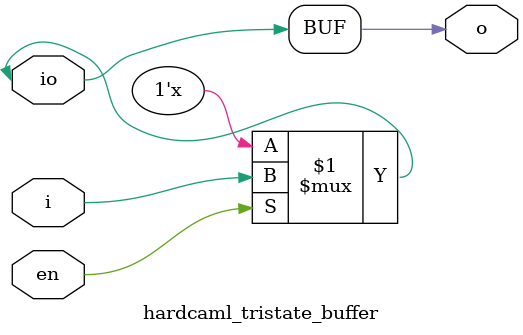
<source format=v>
module hardcaml_tristate_buffer
#(
    parameter b=1
) 
(
    input en,
    input [b-1:0] i,
    output [b-1:0] o,
    inout [b-1:0] io
);
    assign io = en ? i : {b{1'bz}};
    assign o = io;
endmodule
</source>
